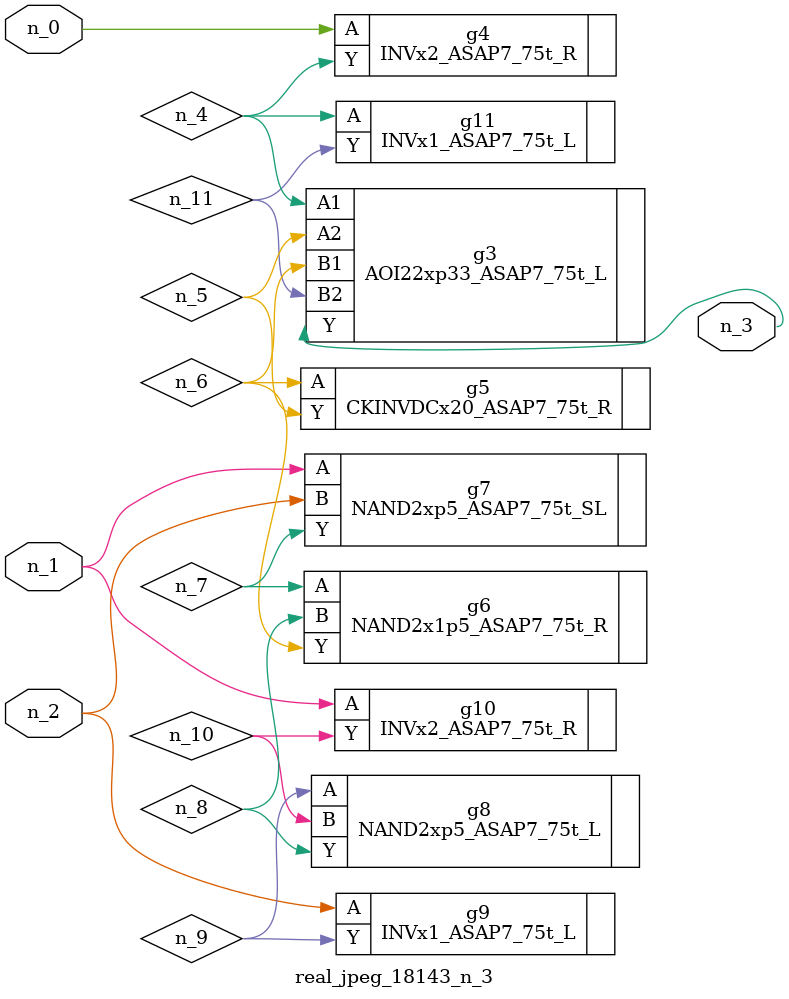
<source format=v>
module real_jpeg_18143_n_3 (n_1, n_0, n_2, n_3);

input n_1;
input n_0;
input n_2;

output n_3;

wire n_5;
wire n_4;
wire n_8;
wire n_11;
wire n_6;
wire n_7;
wire n_10;
wire n_9;

INVx2_ASAP7_75t_R g4 ( 
.A(n_0),
.Y(n_4)
);

NAND2xp5_ASAP7_75t_SL g7 ( 
.A(n_1),
.B(n_2),
.Y(n_7)
);

INVx2_ASAP7_75t_R g10 ( 
.A(n_1),
.Y(n_10)
);

INVx1_ASAP7_75t_L g9 ( 
.A(n_2),
.Y(n_9)
);

AOI22xp33_ASAP7_75t_L g3 ( 
.A1(n_4),
.A2(n_5),
.B1(n_6),
.B2(n_11),
.Y(n_3)
);

INVx1_ASAP7_75t_L g11 ( 
.A(n_4),
.Y(n_11)
);

CKINVDCx20_ASAP7_75t_R g5 ( 
.A(n_6),
.Y(n_5)
);

NAND2x1p5_ASAP7_75t_R g6 ( 
.A(n_7),
.B(n_8),
.Y(n_6)
);

NAND2xp5_ASAP7_75t_L g8 ( 
.A(n_9),
.B(n_10),
.Y(n_8)
);


endmodule
</source>
